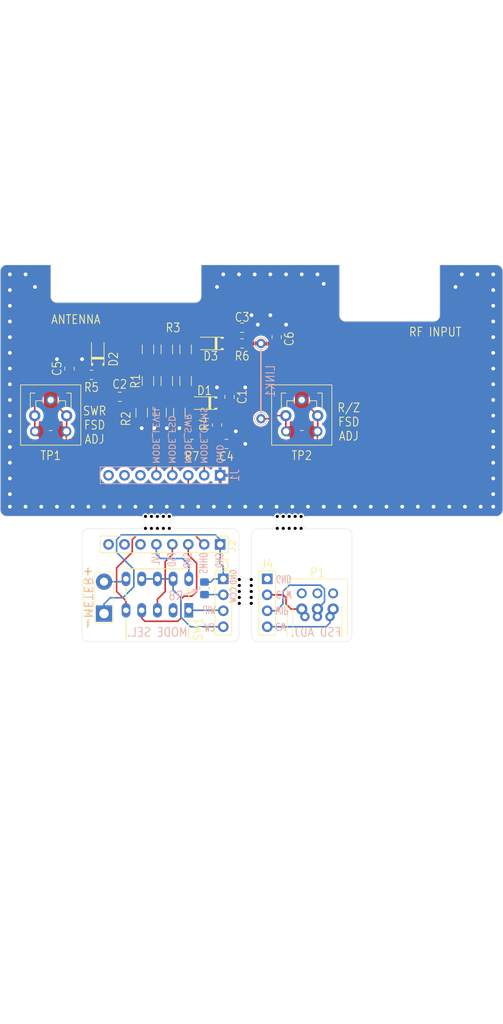
<source format=kicad_pcb>
(kicad_pcb (version 20241229) (generator "pcbnew") (generator_version "9.0")
  (layers (0 "F.Cu" signal) (2 "B.Cu" signal) (13 "F.Paste" user) (15 "B.Paste" user) (5 "F.SilkS" user "F.Silkscreen") (7 "B.SilkS" user "B.Silkscreen") (1 "F.Mask" user) (3 "B.Mask" user) (25 "Edge.Cuts" user))
  (net 0 "")
  (net 1 "GND")
  (net 2 "/MODE_FSD")
  (net 3 "Net-(C5-Pad1)")
  (net 5 "/MODE_LEVEL")
  (net 8 "/MODE_SWR")
  (net 9 "/MODE_OHMS")
  (net 11 "Net-(J2-Pin_2)")
  (net 12 "Net-(J2-Pin_5)")
  (net 13 "Net-(J2-Pin_4)")
  (net 15 "Net-(J2-Pin_3)")
  (net 17 "GND2")
  (net 18 "/CCW")
  (net 19 "/CW")
  (net 20 "/WIPER")
  (net 22 "Net-(J4-Pin_4)")
  (net 23 "Net-(J4-Pin_3)")
  (net 24 "Net-(J4-Pin_2)")
  (net 25 "Net-(M1-+)")
  (net 27 "/RECT_VA")
  (net 28 "/VA")
  (net 29 "/RECT_VDIFF")
  (net 30 "/RECT_VB")
  (net 31 "/VB")
  (net 32 "/RF_IN")
  (net 33 "Net-(LINK1-A)")
  (net 34 "Net-(LINK1-K)")
  (footprint "User_Global_Library:1206-triple-parallel" (layer "F.Cu") (at 76.5 83.45 90)
    (property "Reference" "R3")
    (property "Value" "3 x 150R Parallel")
  )
  (footprint "Resistor_SMD:R_0805_2012Metric_Pad1.20x1.40mm_HandSolder" (layer "F.Cu") (at 64.5 87.5 180)
    (property "Reference" "R5")
    (property "Value" "10k")
  )
  (footprint "User_Global_Library:D_SOD-123" (layer "F.Cu") (at 83.5 82.5 180)
    (property "Reference" "D3")
    (property "Value" "1N5711")
  )
  (footprint "Capacitor_SMD:C_0805_2012Metric_Pad1.18x1.45mm_HandSolder" (layer "F.Cu") (at 86 98.5 180)
    (property "Reference" "C4")
    (property "Value" "100n")
  )
  (footprint "Capacitor_SMD:C_0805_2012Metric_Pad1.18x1.45mm_HandSolder" (layer "F.Cu") (at 88.5 80)
    (property "Reference" "C3")
    (property "Value" "470p")
  )
  (footprint "User_Global_Library:mousebites-metric-5" (layer "F.Cu") (at 96 111 90)
    (property "Reference" "H5" (hide yes))
    (property "Value" "~" (hide yes))
    (fp_arc (start 1 -3) (mid 0 -2) (end -1 -3) (stroke (width 0.05)) (layer "Edge.Cuts"))
    (fp_arc (start -1 3) (mid 0 2) (end 1 3) (stroke (width 0.05)) (layer "Edge.Cuts"))
  )
  (footprint "User_Global_Library:wire-pads-2way" (layer "F.Cu") (at 66.5 125.525 180)
    (property "Reference" "M1")
    (property "Value" "100uA")
  )
  (footprint "User_Global_Library:Potentiometer_Trimmer_Generic_Vertical" (layer "F.Cu") (at 58 94 180)
    (property "Reference" "TP1")
    (property "Value" "10k")
  )
  (footprint "Capacitor_SMD:C_0805_2012Metric_Pad1.18x1.45mm_HandSolder" (layer "F.Cu") (at 86.5 91 -90)
    (property "Reference" "C1")
    (property "Value" "470p")
  )
  (footprint "User_Global_Library:D_SOD-123" (layer "F.Cu") (at 82.5 92 180)
    (property "Reference" "D1")
    (property "Value" "1N5711")
  )
  (footprint "User_Global_Library:1206-triple-parallel" (layer "F.Cu") (at 75.5 93.5 -90)
    (property "Reference" "R2")
    (property "Value" "3 x 150R Parallel")
  )
  (footprint "User_Global_Library:PinHeader_1x04_P2.54mm_Vertical" (layer "F.Cu") (at 92.5 120)
    (property "Reference" "J4")
    (property "Value" "~")
  )
  (footprint "Capacitor_SMD:C_0805_2012Metric_Pad1.18x1.45mm_HandSolder" (layer "F.Cu") (at 69 91 180)
    (property "Reference" "C2")
    (property "Value" "470p")
  )
  (footprint "Resistor_SMD:R_0805_2012Metric_Pad1.20x1.40mm_HandSolder" (layer "F.Cu") (at 88.5 82.5)
    (property "Reference" "R6")
    (property "Value" "27k")
  )
  (footprint "User_Global_Library:BNC Socket Edge 031-221-RFX" (layer "F.Cu") (at 112 70 -90)
    (property "Reference" "SK3")
    (property "Value" "RF INPUT 2W MAX BNC Socket")
  )
  (footprint "User_Global_Library:mousebites-metric-5" (layer "F.Cu") (at 75 111 90)
    (property "Reference" "H7" (hide yes))
    (property "Value" "~" (hide yes))
    (fp_arc (start 1 -3) (mid 0 -2) (end -1 -3) (stroke (width 0.05)) (layer "Edge.Cuts"))
    (fp_arc (start -1 3) (mid 0 2) (end 1 3) (stroke (width 0.05)) (layer "Edge.Cuts"))
  )
  (footprint "Capacitor_SMD:C_0805_2012Metric_Pad1.18x1.45mm_HandSolder" (layer "F.Cu") (at 94 81.5 90)
    (property "Reference" "C6")
    (property "Value" "100n")
  )
  (footprint "Capacitor_SMD:C_0805_2012Metric_Pad1.18x1.45mm_HandSolder" (layer "F.Cu") (at 61 86.5 90)
    (property "Reference" "C5")
    (property "Value" "100n")
  )
  (footprint "Resistor_SMD:R_0805_2012Metric_Pad1.20x1.40mm_HandSolder" (layer "F.Cu") (at 80.5 98.5 180)
    (property "Reference" "R7")
    (property "Value" "56k")
  )
  (footprint "Resistor_SMD:R_0805_2012Metric_Pad1.20x1.40mm_HandSolder" (layer "F.Cu") (at 84.5 95.5 -90)
    (property "Reference" "R4")
    (property "Value" "15k")
  )
  (footprint "User_Global_Library:Potentiometer_Trimmer_Generic_Vertical" (layer "F.Cu") (at 98 94 180)
    (property "Reference" "TP2")
    (property "Value" "10k")
  )
  (footprint "User_Global_Library:1206-triple-parallel" (layer "F.Cu") (at 76.5 88.5 -90)
    (property "Reference" "R1")
    (property "Value" "3 x 150R Parallel")
  )
  (footprint "User_Global_Library:N Socket Edge 1-1337417-0" (layer "F.Cu") (at 70 70 -90)
    (property "Reference" "SK4")
    (property "Value" "ANTENNA N Socket")
  )
  (footprint "User_Global_Library:PinHeader_1x08_P2.54mm_Vertical" (layer "F.Cu") (at 85 114.5 -90)
    (property "Reference" "J2")
    (property "Value" "~")
  )
  (footprint "User_Global_Library:mousebites-metric-5" (layer "F.Cu") (at 89 122)
    (property "Reference" "H9" (hide yes))
    (property "Value" "~" (hide yes))
    (fp_arc (start -1 3) (mid 0 2) (end 1 3) (stroke (width 0.05)) (layer "Edge.Cuts"))
    (fp_arc (start 1 -3) (mid 0 -2) (end -1 -3) (stroke (width 0.05)) (layer "Edge.Cuts"))
  )
  (footprint "User_Global_Library:D_SOD-123" (layer "F.Cu") (at 65.5 84 90)
    (property "Reference" "D2")
    (property "Value" "1N5711")
  )
  (footprint "RS1010-footprint-library:RS1010" (layer "F.Cu") (at 75 130 -90)
    (property "Reference" "SW1")
    (property "Value" "RS1010-2Pole-4Pos")
  )
  (footprint "User_Global_Library:PinHeader_1x04_P2.54mm_Vertical" (layer "F.Cu") (at 85.5 120)
    (property "Reference" "J3")
    (property "Value" "~")
  )
  (footprint "User_Global_Library:Potentiometer_RD701F" (layer "F.Cu") (at 100.5 126 90)
    (property "Reference" "P1")
    (property "Value" "5k LIN")
  )
  (footprint "User_Global_Library:PinHeader_1x08_P2.54mm_Vertical" (layer "B.Cu") (at 85 103.5 90)
    (property "Reference" "J1")
    (property "Value" "~")
  )
  (footprint "Resistor_SMD:R_0805_2012Metric_Pad1.20x1.40mm_HandSolder" (layer "B.Cu") (at 82.5 121.5 90)
    (property "Reference" "R8")
    (property "Value" "470R")
  )
  (footprint "User_Global_Library:wire-link-12mm" (layer "B.Cu") (at 91.5 94.5)
    (property "Reference" "LINK1")
    (property "Value" "wire-link-shorted")
  )
  (gr_line (start 81.5 121.727064) (end 80.7 122.4) (stroke (width 0.15)) (layer "B.SilkS"))
  (gr_line (start 81.5 121.727064) (end 80.5 121.727064) (stroke (width 0.15)) (layer "B.SilkS"))
  (gr_line (start 79.2 122.5) (end 81.5 121.727064) (stroke (width 0.15)) (layer "B.SilkS"))
  (gr_line (start 88 119) (end 88 113) (stroke (width 0.05)) (layer "Edge.Cuts"))
  (gr_arc (start 129 70) (mid 129.707107 70.292893) (end 130 71) (stroke (width 0.05)) (layer "Edge.Cuts"))
  (gr_line (start 63 113) (end 63 129) (stroke (width 0.05)) (layer "Edge.Cuts"))
  (gr_arc (start 91 130) (mid 90.292893 129.707107) (end 90 129) (stroke (width 0.05)) (layer "Edge.Cuts"))
  (gr_line (start 104 78) (end 104 70) (stroke (width 0.05)) (layer "Edge.Cuts"))
  (gr_line (start 50 71) (end 50 109) (stroke (width 0.05)) (layer "Edge.Cuts"))
  (gr_line (start 93 112) (end 91 112) (stroke (width 0.05)) (layer "Edge.Cuts"))
  (gr_line (start 99 112) (end 105 112) (stroke (width 0.05)) (layer "Edge.Cuts"))
  (gr_arc (start 64 130) (mid 63.292893 129.707107) (end 63 129) (stroke (width 0.05)) (layer "Edge.Cuts"))
  (gr_line (start 104 70) (end 82 70) (stroke (width 0.05)) (layer "Edge.Cuts"))
  (gr_line (start 90 119) (end 90 113) (stroke (width 0.05)) (layer "Edge.Cuts"))
  (gr_line (start 78 110) (end 93 110) (stroke (width 0.05)) (layer "Edge.Cuts"))
  (gr_line (start 120 78) (end 120 70) (stroke (width 0.05)) (layer "Edge.Cuts"))
  (gr_line (start 88 129) (end 88 125) (stroke (width 0.05)) (layer "Edge.Cuts"))
  (gr_arc (start 105 112) (mid 105.707107 112.292893) (end 106 113) (stroke (width 0.05)) (layer "Edge.Cuts"))
  (gr_line (start 105 130) (end 91 130) (stroke (width 0.05)) (layer "Edge.Cuts"))
  (gr_line (start 99 110) (end 129 110) (stroke (width 0.05)) (layer "Edge.Cuts"))
  (gr_line (start 87 112) (end 78 112) (stroke (width 0.05)) (layer "Edge.Cuts"))
  (gr_line (start 58 70) (end 58 75) (stroke (width 0.05)) (layer "Edge.Cuts"))
  (gr_arc (start 63 113) (mid 63.292893 112.292893) (end 64 112) (stroke (width 0.05)) (layer "Edge.Cuts"))
  (gr_arc (start 130 109) (mid 129.707107 109.707107) (end 129 110) (stroke (width 0.05)) (layer "Edge.Cuts"))
  (gr_line (start 129 70) (end 120 70) (stroke (width 0.05)) (layer "Edge.Cuts"))
  (gr_arc (start 87 112) (mid 87.707107 112.292893) (end 88 113) (stroke (width 0.05)) (layer "Edge.Cuts"))
  (gr_arc (start 51 110) (mid 50.292893 109.707107) (end 50 109) (stroke (width 0.05)) (layer "Edge.Cuts"))
  (gr_arc (start 82 75) (mid 81.707107 75.707107) (end 81 76) (stroke (width 0.05)) (layer "Edge.Cuts"))
  (gr_arc (start 88 129) (mid 87.707107 129.707107) (end 87 130) (stroke (width 0.05)) (layer "Edge.Cuts"))
  (gr_arc (start 106 129) (mid 105.707107 129.707107) (end 105 130) (stroke (width 0.05)) (layer "Edge.Cuts"))
  (gr_line (start 105 79) (end 119 79) (stroke (width 0.05)) (layer "Edge.Cuts"))
  (gr_line (start 64 130) (end 87 130) (stroke (width 0.05)) (layer "Edge.Cuts"))
  (gr_line (start 130 109) (end 130 71) (stroke (width 0.05)) (layer "Edge.Cuts"))
  (gr_arc (start 120 78) (mid 119.707107 78.707107) (end 119 79) (stroke (width 0.05)) (layer "Edge.Cuts"))
  (gr_line (start 58 70) (end 51 70) (stroke (width 0.05)) (layer "Edge.Cuts"))
  (gr_line (start 51 110) (end 72 110) (stroke (width 0.05)) (layer "Edge.Cuts"))
  (gr_arc (start 59 76) (mid 58.292893 75.707107) (end 58 75) (stroke (width 0.05)) (layer "Edge.Cuts"))
  (gr_arc (start 105 79) (mid 104.292893 78.707107) (end 104 78) (stroke (width 0.05)) (layer "Edge.Cuts"))
  (gr_line (start 90 129) (end 90 125) (stroke (width 0.05)) (layer "Edge.Cuts"))
  (gr_arc (start 90 113) (mid 90.292893 112.292893) (end 91 112) (stroke (width 0.05)) (layer "Edge.Cuts"))
  (gr_line (start 82 75) (end 82 70) (stroke (width 0.05)) (layer "Edge.Cuts"))
  (gr_line (start 59 76) (end 81 76) (stroke (width 0.05)) (layer "Edge.Cuts"))
  (gr_arc (start 50 71) (mid 50.292893 70.292893) (end 51 70) (stroke (width 0.05)) (layer "Edge.Cuts"))
  (gr_line (start 106 113) (end 106 129) (stroke (width 0.05)) (layer "Edge.Cuts"))
  (gr_line (start 72 112) (end 64 112) (stroke (width 0.05)) (layer "Edge.Cuts"))
  (gr_text "R/Z\nFSD\nADJ" (at 105.5 95 0) (layer "F.SilkS") (effects (font (size 1.4 1.2))))
  (gr_text "RF INPUT" (at 115 81.5 0) (layer "F.SilkS") (effects (font (size 1.4 1.2)) (justify left bottom)))
  (gr_text "-METER+" (at 64.75 128 90) (layer "F.SilkS") (effects (font (size 1.3 1.4) (thickness 0.16)) (justify left bottom)))
  (gr_text "ANTENNA" (at 58 79.5 0) (layer "F.SilkS") (effects (font (size 1.4 1.2)) (justify left bottom)))
  (gr_text "SWR\nFSD\nADJ" (at 65 95.5 0) (layer "F.SilkS") (effects (font (size 1.4 1.2))))
  (gr_text "FSD" (at 77.305 115.715 90) (layer "B.SilkS") (effects (font (size 1.2 0.8)) (justify left mirror)))
  (gr_text "GND" (at 87.1 118.4 90) (layer "B.SilkS") (effects (font (size 1 0.8)) (justify left mirror)))
  (gr_text "CCW" (at 93.8 122.5 180) (layer "B.SilkS") (effects (font (size 1.2 0.8)) (justify left mirror)))
  (gr_text "MODE_OHMS" (at 82.385 101.745 270) (layer "B.SilkS") (effects (font (size 1 1)) (justify left mirror)))
  (gr_text "MODE_SWR" (at 79.845 101.745 270) (layer "B.SilkS") (effects (font (size 1 1)) (justify left mirror)))
  (gr_text "GND" (at 93.8 120 180) (layer "B.SilkS") (effects (font (size 1.2 0.8)) (justify left mirror)))
  (gr_text "MODE_FSD" (at 77.305 101.745 270) (layer "B.SilkS") (effects (font (size 1 1)) (justify left mirror)))
  (gr_text "WIP" (at 93.7 125 180) (layer "B.SilkS") (effects (font (size 1.2 0.8)) (justify left mirror)))
  (gr_text "OHMS" (at 82.385 115.715 90) (layer "B.SilkS") (effects (font (size 1.2 0.8)) (justify left mirror)))
  (gr_text "-METER+" (at 64 123 270) (layer "B.SilkS") (effects (font (size 1.3 1.4) (thickness 0.16)) (justify mirror)))
  (gr_text "CW" (at 93.7 127.6 180) (layer "B.SilkS") (effects (font (size 1.2 0.8)) (justify left mirror)))
  (gr_text "MODE_LEVEL" (at 74.765 101.745 270) (layer "B.SilkS") (effects (font (size 1 1)) (justify left mirror)))
  (gr_text "MODE SEL." (at 75 128.5 0) (layer "B.SilkS") (effects (font (size 1.4 1.2)) (justify mirror)))
  (gr_text "CCW" (at 87.1 121.2 90) (layer "B.SilkS") (effects (font (size 1 0.8)) (justify left mirror)))
  (gr_text "CW" (at 84.29 127.78 0) (layer "B.SilkS") (effects (font (size 1.2 0.8)) (justify left mirror)))
  (gr_text "GND" (at 84.925 115.715 90) (layer "B.SilkS") (effects (font (size 1.2 0.8)) (justify left mirror)))
  (gr_text "SWR" (at 79.845 115.715 90) (layer "B.SilkS") (effects (font (size 1.2 0.8)) (justify left mirror)))
  (gr_text "FSD ADJ." (at 100.25 128.5 0) (layer "B.SilkS") (effects (font (size 1.4 1.2)) (justify mirror)))
  (gr_text "WIP" (at 84.4 125 0) (layer "B.SilkS") (effects (font (size 1.2 0.8)) (justify left mirror)))
  (gr_text "GND" (at 84.925 101.745 270) (layer "B.SilkS") (effects (font (size 1 1)) (justify left mirror)))
  (gr_text "LVL" (at 74.765 115.715 90) (layer "B.SilkS") (effects (font (size 1.2 0.8)) (justify left mirror)))
  (via (at 128.5 99) (size 0.9048) (drill 0.6) (layers "F.Cu" "B.Cu") (net 1))
  (via (at 89 108.5) (size 0.9048) (drill 0.6) (layers "F.Cu" "B.Cu") (net 1))
  (via (at 63 85) (size 0.9048) (drill 0.6) (layers "F.Cu" "B.Cu") (net 1))
  (via (at 51.5 108.5) (size 0.9048) (drill 0.6) (layers "F.Cu" "B.Cu") (net 1))
  (via (at 128.5 86.5) (size 0.9048) (drill 0.6) (layers "F.Cu" "B.Cu") (net 1))
  (via (at 119 108.5) (size 0.9048) (drill 0.6) (layers "F.Cu" "B.Cu") (net 1))
  (via (at 106.5 108.5) (size 0.9048) (drill 0.6) (layers "F.Cu" "B.Cu") (net 1))
  (via (at 128.5 106.5) (size 0.9048) (drill 0.6) (layers "F.Cu" "B.Cu") (net 1))
  (via (at 94 108.5) (size 0.9048) (drill 0.6) (layers "F.Cu" "B.Cu") (net 1))
  (via (at 69 108.5) (size 0.9048) (drill 0.6) (layers "F.Cu" "B.Cu") (net 1))
  (via (at 51.5 96.5) (size 0.9048) (drill 0.6) (layers "F.Cu" "B.Cu") (net 1))
  (via (at 90.5 71.5) (size 0.9048) (drill 0.6) (layers "F.Cu" "B.Cu") (net 1))
  (via (at 128.5 91.5) (size 0.9048) (drill 0.6) (layers "F.Cu" "B.Cu") (net 1))
  (via (at 98 71.5) (size 0.9048) (drill 0.6) (layers "F.Cu" "B.Cu") (net 1))
  (via (at 111.5 108.5) (size 0.9048) (drill 0.6) (layers "F.Cu" "B.Cu") (net 1))
  (via (at 95.5 71.5) (size 0.9048) (drill 0.6) (layers "F.Cu" "B.Cu") (net 1))
  (via (at 79 108.5) (size 0.9048) (drill 0.6) (layers "F.Cu" "B.Cu") (net 1))
  (via (at 91.5 108.5) (size 0.9048) (drill 0.6) (layers "F.Cu" "B.Cu") (net 1))
  (via (at 51.5 89) (size 0.9048) (drill 0.6) (layers "F.Cu" "B.Cu") (net 1))
  (via (at 51.5 101.5) (size 0.9048) (drill 0.6) (layers "F.Cu" "B.Cu") (net 1))
  (via (at 96.5 108.5) (size 0.9048) (drill 0.6) (layers "F.Cu" "B.Cu") (net 1))
  (via (at 126.5 108.5) (size 0.9048) (drill 0.6) (layers "F.Cu" "B.Cu") (net 1))
  (via (at 51.5 76.5) (size 0.9048) (drill 0.6) (layers "F.Cu" "B.Cu") (net 1))
  (via (at 85.5 71.5) (size 0.9048) (drill 0.6) (layers "F.Cu" "B.Cu") (net 1))
  (via (at 101.5 73) (size 0.9048) (drill 0.6) (layers "F.Cu" "B.Cu") (net 1))
  (via (at 99 108.5) (size 0.9048) (drill 0.6) (layers "F.Cu" "B.Cu") (net 1))
  (via (at 114 108.5) (size 0.9048) (drill 0.6) (layers "F.Cu" "B.Cu") (net 1))
  (via (at 128.5 71.5) (size 0.9048) (drill 0.6) (layers "F.Cu" "B.Cu") (net 1))
  (via (at 74.5 96) (size 0.9048) (drill 0.6) (layers "F.Cu" "B.Cu") (net 1))
  (via (at 72.5 96) (size 0.9048) (drill 0.6) (layers "F.Cu" "B.Cu") (net 1))
  (via (at 51.5 86.5) (size 0.9048) (drill 0.6) (layers "F.Cu" "B.Cu") (net 1))
  (via (at 128.5 89) (size 0.9048) (drill 0.6) (layers "F.Cu" "B.Cu") (net 1))
  (via (at 128.5 94) (size 0.9048) (drill 0.6) (layers "F.Cu" "B.Cu") (net 1))
  (via (at 56.5 108.5) (size 0.9048) (drill 0.6) (layers "F.Cu" "B.Cu") (net 1))
  (via (at 55.5 73.5) (size 0.9048) (drill 0.6) (layers "F.Cu" "B.Cu") (net 1))
  (via (at 51.5 71.5) (size 0.9048) (drill 0.6) (layers "F.Cu" "B.Cu") (net 1))
  (via (at 64 108.5) (size 0.9048) (drill 0.6) (layers "F.Cu" "B.Cu") (net 1))
  (via (at 86.5 108.5) (size 0.9048) (drill 0.6) (layers "F.Cu" "B.Cu") (net 1))
  (via (at 91 79.5) (size 0.9048) (drill 0.6) (layers "F.Cu" "B.Cu") (net 1))
  (via (at 78.5 96) (size 0.9048) (drill 0.6) (layers "F.Cu" "B.Cu") (net 1))
  (via (at 76.5 108.5) (size 0.9048) (drill 0.6) (layers "F.Cu" "B.Cu") (net 1))
  (via (at 66.5 108.5) (size 0.9048) (drill 0.6) (layers "F.Cu" "B.Cu") (net 1))
  (via (at 51.5 79) (size 0.9048) (drill 0.6) (layers "F.Cu" "B.Cu") (net 1))
  (via (at 100.5 71.5) (size 0.9048) (drill 0.6) (layers "F.Cu" "B.Cu") (net 1))
  (via (at 128.5 81.5) (size 0.9048) (drill 0.6) (layers "F.Cu" "B.Cu") (net 1))
  (via (at 88 71.5) (size 0.9048) (drill 0.6) (layers "F.Cu" "B.Cu") (net 1))
  (via (at 90 78) (size 0.9048) (drill 0.6) (layers "F.Cu" "B.Cu") (net 1))
  (via (at 51.5 104) (size 0.9048) (drill 0.6) (layers "F.Cu" "B.Cu") (net 1))
  (via (at 128.5 74) (size 0.9048) (drill 0.6) (layers "F.Cu" "B.Cu") (net 1))
  (via (at 89 89.5) (size 0.9048) (drill 0.6) (layers "F.Cu" "B.Cu") (net 1))
  (via (at 87.5 96.5) (size 0.9048) (drill 0.6) (layers "F.Cu" "B.Cu") (net 1))
  (via (at 93 78) (size 0.9048) (drill 0.6) (layers "F.Cu" "B.Cu") (net 1))
  (via (at 74 108.5) (size 0.9048) (drill 0.6) (layers "F.Cu" "B.Cu") (net 1))
  (via (at 76.5 96) (size 0.9048) (drill 0.6) (layers "F.Cu" "B.Cu") (net 1))
  (via (at 93 71.5) (size 0.9048) (drill 0.6) (layers "F.Cu" "B.Cu") (net 1))
  (via (at 51.5 74) (size 0.9048) (drill 0.6) (layers "F.Cu" "B.Cu") (net 1))
  (via (at 84.5 73.5) (size 0.9048) (drill 0.6) (layers "F.Cu" "B.Cu") (net 1))
  (via (at 51.5 106.5) (size 0.9048) (drill 0.6) (layers "F.Cu" "B.Cu") (net 1))
  (via (at 51.5 94) (size 0.9048) (drill 0.6) (layers "F.Cu" "B.Cu") (net 1))
  (via (at 126 71.5) (size 0.9048) (drill 0.6) (layers "F.Cu" "B.Cu") (net 1))
  (via (at 128.5 79) (size 0.9048) (drill 0.6) (layers "F.Cu" "B.Cu") (net 1))
  (via (at 71.5 108.5) (size 0.9048) (drill 0.6) (layers "F.Cu" "B.Cu") (net 1))
  (via (at 51.5 84) (size 0.9048) (drill 0.6) (layers "F.Cu" "B.Cu") (net 1))
  (via (at 124 108.5) (size 0.9048) (drill 0.6) (layers "F.Cu" "B.Cu") (net 1))
  (via (at 54 71.5) (size 0.9048) (drill 0.6) (layers "F.Cu" "B.Cu") (net 1))
  (via (at 61.5 108.5) (size 0.9048) (drill 0.6) (layers "F.Cu" "B.Cu") (net 1))
  (via (at 128.5 101.5) (size 0.9048) (drill 0.6) (layers "F.Cu" "B.Cu") (net 1))
  (via (at 128.5 108.5) (size 0.9048) (drill 0.6) (layers "F.Cu" "B.Cu") (net 1))
  (via (at 128.5 96.5) (size 0.9048) (drill 0.6) (layers "F.Cu" "B.Cu") (net 1))
  (via (at 51.5 91.5) (size 0.9048) (drill 0.6) (layers "F.Cu" "B.Cu") (net 1))
  (via (at 51.5 81.5) (size 0.9048) (drill 0.6) (layers "F.Cu" "B.Cu") (net 1))
  (via (at 101.5 108.5) (size 0.9048) (drill 0.6) (layers "F.Cu" "B.Cu") (net 1))
  (via (at 128.5 84) (size 0.9048) (drill 0.6) (layers "F.Cu" "B.Cu") (net 1))
  (via (at 104 108.5) (size 0.9048) (drill 0.6) (layers "F.Cu" "B.Cu") (net 1))
  (via (at 95.5 79.5) (size 0.9048) (drill 0.6) (layers "F.Cu" "B.Cu") (net 1))
  (via (at 116.5 108.5) (size 0.9048) (drill 0.6) (layers "F.Cu" "B.Cu") (net 1))
  (via (at 84 108.5) (size 0.9048) (drill 0.6) (layers "F.Cu" "B.Cu") (net 1))
  (via (at 121.5 108.5) (size 0.9048) (drill 0.6) (layers "F.Cu" "B.Cu") (net 1))
  (via (at 128.5 104) (size 0.9048) (drill 0.6) (layers "F.Cu" "B.Cu") (net 1))
  (via (at 59 85) (size 0.9048) (drill 0.6) (layers "F.Cu" "B.Cu") (net 1))
  (via (at 84.5 89.5) (size 0.9048) (drill 0.6) (layers "F.Cu" "B.Cu") (net 1))
  (via (at 109 108.5) (size 0.9048) (drill 0.6) (layers "F.Cu" "B.Cu") (net 1))
  (via (at 59 108.5) (size 0.9048) (drill 0.6) (layers "F.Cu" "B.Cu") (net 1))
  (via (at 51.5 99) (size 0.9048) (drill 0.6) (layers "F.Cu" "B.Cu") (net 1))
  (via (at 122.5 73.5) (size 0.9048) (drill 0.6) (layers "F.Cu" "B.Cu") (net 1))
  (via (at 128.5 76.5) (size 0.9048) (drill 0.6) (layers "F.Cu" "B.Cu") (net 1))
  (via (at 54 108.5) (size 0.9048) (drill 0.6) (layers "F.Cu" "B.Cu") (net 1))
  (via (at 81.5 108.5) (size 0.9048) (drill 0.6) (layers "F.Cu" "B.Cu") (net 1))
  (via (at 123.5 71.5) (size 0.9048) (drill 0.6) (layers "F.Cu" "B.Cu") (net 1))
  (via (at 89 98.5) (size 0.9048) (drill 0.6) (layers "F.Cu" "B.Cu") (net 1))
  (segment (start 80.5 100.5) (end 78 100.5) (width 0.254) (layer "F.Cu") (net 2))
  (segment (start 81.5 98.5) (end 81.5 99.5) (width 0.254) (layer "F.Cu") (net 2))
  (segment (start 81.5 99.5) (end 80.5 100.5) (width 0.254) (layer "F.Cu") (net 2))
  (segment (start 78 100.5) (end 77.38 101.12) (width 0.254) (layer "F.Cu") (net 2))
  (segment (start 77.38 101.12) (end 77.38 103.5) (width 0.254) (layer "F.Cu") (net 2))
  (segment (start 63.4625 87.5375) (end 63.5 87.5) (width 0.6096) (layer "F.Cu") (net 3))
  (segment (start 55.46 94) (end 55.46 96.46) (width 0.254) (layer "F.Cu") (net 3))
  (segment (start 55.46 89.54) (end 55.46 94) (width 0.254) (layer "F.Cu") (net 3))
  (segment (start 61 87.5375) (end 57.4625 87.5375) (width 0.254) (layer "F.Cu") (net 3))
  (segment (start 57.4625 87.5375) (end 55.46 89.54) (width 0.254) (layer "F.Cu") (net 3))
  (segment (start 61 87.5375) (end 63.4625 87.5375) (width 0.6096) (layer "F.Cu") (net 3))
  (segment (start 55.46 96.46) (end 55.5 96.5) (width 0.254) (layer "F.Cu") (net 3))
  (segment (start 76.5 98.5) (end 74.84 100.16) (width 0.254) (layer "F.Cu") (net 5))
  (segment (start 74.84 100.16) (end 74.84 103.5) (width 0.254) (layer "F.Cu") (net 5))
  (segment (start 79.5 98.5) (end 76.5 98.5) (width 0.254) (layer "F.Cu") (net 5))
  (segment (start 60.54 96.46) (end 60.5 96.5) (width 0.254) (layer "F.Cu") (net 8))
  (segment (start 58.04 91.5) (end 60.54 94) (width 0.254) (layer "F.Cu") (net 8))
  (segment (start 62.5 106) (end 79 106) (width 0.254) (layer "F.Cu") (net 8))
  (segment (start 60.54 94) (end 60.54 96.46) (width 0.254) (layer "F.Cu") (net 8))
  (segment (start 79 106) (end 79.92 105.08) (width 0.254) (layer "F.Cu") (net 8))
  (segment (start 58 91.5) (end 58.04 91.5) (width 0.254) (layer "F.Cu") (net 8))
  (segment (start 60.5 96.5) (end 60.5 104) (width 0.254) (layer "F.Cu") (net 8))
  (segment (start 79.92 105.08) (end 79.92 103.5) (width 0.254) (layer "F.Cu") (net 8))
  (segment (start 60.5 104) (end 62.5 106) (width 0.254) (layer "F.Cu") (net 8))
  (segment (start 99 101) (end 100.5 99.5) (width 0.254) (layer "F.Cu") (net 9))
  (segment (start 100.54 94) (end 100.54 96.46) (width 0.254) (layer "F.Cu") (net 9))
  (segment (start 100.54 96.46) (end 100.5 96.5) (width 0.254) (layer "F.Cu") (net 9))
  (segment (start 98 91.5) (end 98.04 91.5) (width 0.254) (layer "F.Cu") (net 9))
  (segment (start 82.46 101.54) (end 83 101) (width 0.254) (layer "F.Cu") (net 9))
  (segment (start 100.5 99.5) (end 100.5 96.5) (width 0.254) (layer "F.Cu") (net 9))
  (segment (start 98.04 91.5) (end 100.54 94) (width 0.254) (layer "F.Cu") (net 9))
  (segment (start 83 101) (end 99 101) (width 0.254) (layer "F.Cu") (net 9))
  (segment (start 82.46 103.5) (end 82.46 101.54) (width 0.254) (layer "F.Cu") (net 9))
  (segment (start 68.5 122) (end 68.5 118.25) (width 0.254) (layer "F.Cu") (net 11))
  (segment (start 71 113.75) (end 71.75 113) (width 0.254) (layer "F.Cu") (net 11))
  (segment (start 71 115.75) (end 71 113.75) (width 0.254) (layer "F.Cu") (net 11))
  (segment (start 70 125) (end 70 123.5) (width 0.254) (layer "F.Cu") (net 11))
  (segment (start 68.5 118.25) (end 71 115.75) (width 0.254) (layer "F.Cu") (net 11))
  (segment (start 71.75 113) (end 80.96 113) (width 0.254) (layer "F.Cu") (net 11))
  (segment (start 70 123.5) (end 68.5 122) (width 0.254) (layer "F.Cu") (net 11))
  (segment (start 80.96 113) (end 82.46 114.5) (width 0.254) (layer "F.Cu") (net 11))
  (segment (start 74.84 116.09) (end 75.5 116.75) (width 0.254) (layer "B.Cu") (net 12))
  (segment (start 75.5 116.75) (end 79 116.75) (width 0.254) (layer "B.Cu") (net 12))
  (segment (start 79 116.75) (end 80 117.75) (width 0.254) (layer "B.Cu") (net 12))
  (segment (start 74.84 114.5) (end 74.84 116.09) (width 0.254) (layer "B.Cu") (net 12))
  (segment (start 80 117.75) (end 80 120) (width 0.254) (layer "B.Cu") (net 12))
  (segment (start 76.25 122) (end 76.25 117.25) (width 0.254) (layer "F.Cu") (net 13))
  (segment (start 77.38 116.12) (end 77.38 114.5) (width 0.254) (layer "F.Cu") (net 13))
  (segment (start 75 123.25) (end 76.25 122) (width 0.254) (layer "F.Cu") (net 13))
  (segment (start 75 125) (end 75 123.25) (width 0.254) (layer "F.Cu") (net 13))
  (segment (start 76.25 117.25) (end 77.38 116.12) (width 0.254) (layer "F.Cu") (net 13))
  (segment (start 78.75 126.25) (end 78.75 123.25) (width 0.254) (layer "F.Cu") (net 15))
  (segment (start 78.25 126.75) (end 78.75 126.25) (width 0.254) (layer "F.Cu") (net 15))
  (segment (start 72.5 126.25) (end 73 126.75) (width 0.254) (layer "F.Cu") (net 15))
  (segment (start 78.75 123.25) (end 79.25 122.75) (width 0.254) (layer "F.Cu") (net 15))
  (segment (start 81.25 122) (end 81.25 117.5) (width 0.254) (layer "F.Cu") (net 15))
  (segment (start 81.25 117.5) (end 79.92 116.17) (width 0.254) (layer "F.Cu") (net 15))
  (segment (start 79.25 122.75) (end 80.5 122.75) (width 0.254) (layer "F.Cu") (net 15))
  (segment (start 72.5 125) (end 72.5 126.25) (width 0.254) (layer "F.Cu") (net 15))
  (segment (start 79.92 116.17) (end 79.92 114.5) (width 0.254) (layer "F.Cu") (net 15))
  (segment (start 73 126.75) (end 78.25 126.75) (width 0.254) (layer "F.Cu") (net 15))
  (segment (start 80.5 122.75) (end 81.25 122) (width 0.254) (layer "F.Cu") (net 15))
  (segment (start 69.5 123) (end 67.5 123) (width 0.254) (layer "B.Cu") (net 17))
  (segment (start 71.25 121.25) (end 69.5 123) (width 0.254) (layer "B.Cu") (net 17))
  (segment (start 85 114.5) (end 85 113.75) (width 0.254) (layer "B.Cu") (net 17))
  (segment (start 83.5 120.5) (end 84 120) (width 0.254) (layer "B.Cu") (net 17))
  (segment (start 85 113.75) (end 84.25 113) (width 0.254) (layer "B.Cu") (net 17))
  (segment (start 67.5 123) (end 66.5 124) (width 0.254) (layer "B.Cu") (net 17))
  (segment (start 85 117.5) (end 85 114.5) (width 0.254) (layer "B.Cu") (net 17))
  (segment (start 85.5 118) (end 85 117.5) (width 0.254) (layer "B.Cu") (net 17))
  (segment (start 82.5 120.5) (end 83.5 120.5) (width 0.254) (layer "B.Cu") (net 17))
  (segment (start 85.5 120) (end 85.5 118) (width 0.254) (layer "B.Cu") (net 17))
  (segment (start 84.25 113) (end 69.25 113) (width 0.254) (layer "B.Cu") (net 17))
  (segment (start 66.5 124) (end 66.5 125.525) (width 0.254) (layer "B.Cu") (net 17))
  (segment (start 68.5 115.75) (end 71.25 118.5) (width 0.254) (layer "B.Cu") (net 17))
  (segment (start 71.25 118.5) (end 71.25 121.25) (width 0.254) (layer "B.Cu") (net 17))
  (segment (start 69.25 113) (end 68.5 113.75) (width 0.254) (layer "B.Cu") (net 17))
  (segment (start 84 120) (end 85.5 120) (width 0.254) (layer "B.Cu") (net 17))
  (segment (start 68.5 113.75) (end 68.5 115.75) (width 0.254) (layer "B.Cu") (net 17))
  (segment (start 85.46 122.5) (end 85.5 122.54) (width 0.254) (layer "B.Cu") (net 18))
  (segment (start 82.5 122.5) (end 85.46 122.5) (width 0.254) (layer "B.Cu") (net 18))
  (segment (start 80.272188 127.62) (end 78.75 126.097812) (width 0.254) (layer "B.Cu") (net 19))
  (segment (start 77.5 121.75) (end 77.5 120) (width 0.254) (layer "B.Cu") (net 19))
  (segment (start 72.5 120) (end 75 120) (width 0.254) (layer "B.Cu") (net 19))
  (segment (start 75 120) (end 77.5 120) (width 0.254) (layer "B.Cu") (net 19))
  (segment (start 78.75 123) (end 77.5 121.75) (width 0.254) (layer "B.Cu") (net 19))
  (segment (start 85.5 127.62) (end 80.272188 127.62) (width 0.254) (layer "B.Cu") (net 19))
  (segment (start 78.75 126.097812) (end 78.75 123) (width 0.254) (layer "B.Cu") (net 19))
  (segment (start 85.42 125) (end 85.5 125.08) (width 0.254) (layer "B.Cu") (net 20))
  (segment (start 80 125) (end 85.42 125) (width 0.254) (layer "B.Cu") (net 20))
  (segment (start 102.5 127) (end 101.88 127.62) (width 0.254) (layer "B.Cu") (net 22))
  (segment (start 101.88 127.62) (end 92.5 127.62) (width 0.254) (layer "B.Cu") (net 22))
  (segment (start 102.5 126) (end 102.5 127) (width 0.254) (layer "B.Cu") (net 22))
  (segment (start 95 124) (end 93.92 125.08) (width 0.254) (layer "B.Cu") (net 23))
  (segment (start 100.5 124.8) (end 101.628 123.672) (width 0.254) (layer "B.Cu") (net 23))
  (segment (start 96 121) (end 95 122) (width 0.254) (layer "B.Cu") (net 23))
  (segment (start 101.628 123.672) (end 101.628 121.628) (width 0.254) (layer "B.Cu") (net 23))
  (segment (start 101.628 121.628) (end 101 121) (width 0.254) (layer "B.Cu") (net 23))
  (segment (start 95 122) (end 95 124) (width 0.254) (layer "B.Cu") (net 23))
  (segment (start 93.92 125.08) (end 92.5 125.08) (width 0.254) (layer "B.Cu") (net 23))
  (segment (start 101 121) (end 96 121) (width 0.254) (layer "B.Cu") (net 23))
  (segment (start 95.04 122.54) (end 95.5 123) (width 0.254) (layer "F.Cu") (net 24))
  (segment (start 95.5 124) (end 96.3 124.8) (width 0.254) (layer "F.Cu") (net 24))
  (segment (start 96.3 124.8) (end 98 124.8) (width 0.254) (layer "F.Cu") (net 24))
  (segment (start 95.5 123) (end 95.5 124) (width 0.254) (layer "F.Cu") (net 24))
  (segment (start 92.5 122.54) (end 95.04 122.54) (width 0.254) (layer "F.Cu") (net 24))
  (segment (start 69.555 120.445) (end 70 120) (width 0.254) (layer "B.Cu") (net 25))
  (segment (start 66.5 120.445) (end 69.555 120.445) (width 0.254) (layer "B.Cu") (net 25))
  (segment (start 112 82.255) (end 112 84.7) (width 3) (layer "F.Cu") (net 32))
  (segment (start 110.8 85.9) (end 80 85.9) (width 3) (layer "F.Cu") (net 32))
  (segment (start 112 84.7) (end 110.8 85.9) (width 3) (layer "F.Cu") (net 32))
  (segment (start 94 82.5375) (end 91.5375 82.5375) (width 0.6096) (layer "F.Cu") (net 33))
  (segment (start 89.5 82.5) (end 91.5 82.5) (width 0.6096) (layer "F.Cu") (net 33))
  (segment (start 91.5375 82.5375) (end 91.5 82.5) (width 0.6096) (layer "F.Cu") (net 33))
  (segment (start 93.5 94) (end 95.46 94) (width 0.254) (layer "F.Cu") (net 34))
  (segment (start 91.5 94.5) (end 93 94.5) (width 0.254) (layer "F.Cu") (net 34))
  (segment (start 95.46 96.46) (end 95.5 96.5) (width 0.254) (layer "F.Cu") (net 34))
  (segment (start 93 94.5) (end 93.5 94) (width 0.254) (layer "F.Cu") (net 34))
  (segment (start 95.46 94) (end 95.46 96.46) (width 0.254) (layer "F.Cu") (net 34))
  (zone (net 1) (net_name "GND") (layer "F.Cu") (priority 8) (connect_pads yes (clearance 0.5)) (min_thickness 0.25) (fill yes (thermal_gap 0.5) (thermal_bridge_width 0.5))
    (polygon (pts (xy 58 86) (xy 64 86) (xy 64 84) (xy 58 84)))
  )
  (zone (net 1) (net_name "GND") (layer "F.Cu") (priority 7) (connect_pads yes (clearance 0.5)) (min_thickness 0.25) (fill yes (thermal_gap 0.5) (thermal_bridge_width 0.5))
    (polygon (pts (xy 89 80.5) (xy 96.5 80.5) (xy 96.5 77) (xy 89 77)))
  )
  (zone (net 1) (net_name "GND") (layer "F.Cu") (priority 12) (connect_pads yes (clearance 0.5)) (min_thickness 0.25) (fill yes (thermal_gap 0.5) (thermal_bridge_width 0.5))
    (polygon (pts (xy 130 107) (xy 130 110) (xy 50 110) (xy 50 107)))
  )
  (zone (net 1) (net_name "GND") (layer "F.Cu") (priority 5) (connect_pads yes (clearance 0.5)) (min_thickness 0.25) (fill yes (thermal_gap 0.5) (thermal_bridge_width 0.5))
    (polygon (pts (xy 83.5 90.5) (xy 83.5 88.5) (xy 90 88.5) (xy 90 90.5)))
  )
  (zone (net 1) (net_name "GND") (layer "F.Cu") (priority 12) (connect_pads yes (clearance 0.5)) (min_thickness 0.25) (fill yes (thermal_gap 0.5) (thermal_bridge_width 0.5))
    (polygon (pts (xy 130 70) (xy 130 73) (xy 50 73) (xy 50 70)))
  )
  (zone (net 1) (net_name "GND") (layer "F.Cu") (priority 12) (connect_pads yes (clearance 0.5)) (min_thickness 0.25) (fill yes (thermal_gap 0.5) (thermal_bridge_width 0.5))
    (polygon (pts (xy 127 70) (xy 130 70) (xy 130 110) (xy 127 110)))
  )
  (zone (net 31) (net_name "/VB") (layer "F.Cu") (connect_pads yes (clearance 0.5)) (min_thickness 0.25) (fill yes (thermal_gap 0.5) (thermal_bridge_width 0.5))
    (polygon (pts (xy 65 80.3) (xy 65 83.5) (xy 81.5 83.5) (xy 81.5 80.3)))
  )
  (zone (net 2) (net_name "/MODE_FSD") (layer "F.Cu") (priority 10) (connect_pads yes (clearance 0.5)) (min_thickness 0.25) (fill yes (thermal_gap 0.5) (thermal_bridge_width 0.5))
    (polygon (pts (xy 81 99.5) (xy 85.5 99.5) (xy 85.5 96) (xy 83.5 96) (xy 83.5 97.5) (xy 81 97.5)))
  )
  (zone (net 1) (net_name "GND") (layer "F.Cu") (priority 3) (connect_pads yes (clearance 0.5)) (min_thickness 0.25) (fill yes (thermal_gap 0.5) (thermal_bridge_width 0.5))
    (polygon (pts (xy 71.5 94) (xy 79.5 94) (xy 79.5 97) (xy 77 97) (xy 71.5 97)))
  )
  (zone (net 28) (net_name "/VA") (layer "F.Cu") (priority 2) (connect_pads yes (clearance 0.5)) (min_thickness 0.25) (fill yes (thermal_gap 0.5) (thermal_bridge_width 0.5))
    (polygon (pts (xy 79.5 89) (xy 73.5 89) (xy 73.5 89.1) (xy 69.5 89.1) (xy 69.5 92.5) (xy 81.5 92.5) (xy 81.5 90) (xy 79.5 90)))
  )
  (zone (net 29) (net_name "/RECT_VDIFF") (layer "F.Cu") (priority 4) (connect_pads yes (clearance 0.5)) (min_thickness 0.25) (fill yes (thermal_gap 0.5) (thermal_bridge_width 0.5))
    (polygon (pts (xy 65 85) (xy 67.6 85) (xy 67.6 88.6) (xy 68.5 88.6) (xy 68.5 92) (xy 65.5 92) (xy 65 91.5)))
  )
  (zone (net 30) (net_name "/RECT_VB") (layer "F.Cu") (priority 6) (connect_pads yes (clearance 0.5)) (min_thickness 0.25) (fill yes (thermal_gap 0.5) (thermal_bridge_width 0.5))
    (polygon (pts (xy 85 83) (xy 88 83) (xy 88 79) (xy 86.5 79) (xy 85 81)))
  )
  (zone (net 1) (net_name "GND") (layer "F.Cu") (priority 9) (connect_pads yes (clearance 0.5)) (min_thickness 0.25) (fill yes (thermal_gap 0.5) (thermal_bridge_width 0.5))
    (polygon (pts (xy 86.5 95.5) (xy 86.5 100) (xy 90 100) (xy 90 95.5)))
  )
  (zone (net 1) (net_name "GND") (layer "F.Cu") (priority 12) (connect_pads yes (clearance 0.5)) (min_thickness 0.25) (fill yes (thermal_gap 0.5) (thermal_bridge_width 0.5))
    (polygon (pts (xy 50 70) (xy 53 70) (xy 53 110) (xy 50 110)))
  )
  (zone (net 27) (net_name "/RECT_VA") (layer "F.Cu") (priority 13) (connect_pads yes (clearance 0.5)) (min_thickness 0.25) (fill yes (thermal_gap 0.5) (thermal_bridge_width 0.5))
    (polygon (pts (xy 83.5 91.5) (xy 87.5 91.5) (xy 87.5 93) (xy 85.5 93) (xy 85.5 95) (xy 83.5 95)))
  )
  (zone (net 32) (net_name "/RF_IN") (layer "F.Cu") (priority 1) (connect_pads yes (clearance 0.5)) (min_thickness 0.25) (fill yes (thermal_gap 0.5) (thermal_bridge_width 0.5))
    (polygon (pts (xy 73.5 84.5) (xy 79.5 84.5) (xy 79.5 88) (xy 73.5 88)))
  )
  (zone (net 1) (net_name "GND") (layer "B.Cu") (priority 11) (connect_pads yes (clearance 0.5)) (min_thickness 0.25) (fill yes (thermal_gap 0.5) (thermal_bridge_width 0.5))
    (polygon (pts (xy 50 70) (xy 50 110) (xy 130 110) (xy 130 70)))
  )
)
</source>
